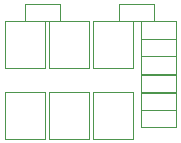
<source format=gbr>
%TF.GenerationSoftware,KiCad,Pcbnew,7.0.2-6a45011f42~172~ubuntu22.04.1*%
%TF.CreationDate,2023-05-29T23:07:21+12:00*%
%TF.ProjectId,THE_BRAWN-20A_POWER,5448455f-4252-4415-974e-2d3230415f50,v2.0*%
%TF.SameCoordinates,Original*%
%TF.FileFunction,Other,User*%
%FSLAX46Y46*%
G04 Gerber Fmt 4.6, Leading zero omitted, Abs format (unit mm)*
G04 Created by KiCad (PCBNEW 7.0.2-6a45011f42~172~ubuntu22.04.1) date 2023-05-29 23:07:21*
%MOMM*%
%LPD*%
G01*
G04 APERTURE LIST*
%ADD10C,0.050000*%
G04 APERTURE END LIST*
D10*
%TO.C,R7*%
X152830000Y-155730000D02*
X152830000Y-154270000D01*
X152830000Y-154270000D02*
X149870000Y-154270000D01*
X149870000Y-155730000D02*
X152830000Y-155730000D01*
X149870000Y-154270000D02*
X149870000Y-155730000D01*
%TO.C,R12*%
X149870000Y-161770000D02*
X149870000Y-163230000D01*
X149870000Y-163230000D02*
X152830000Y-163230000D01*
X152830000Y-161770000D02*
X149870000Y-161770000D01*
X152830000Y-163230000D02*
X152830000Y-161770000D01*
%TO.C,R5*%
X152830000Y-160280000D02*
X152830000Y-158820000D01*
X152830000Y-158820000D02*
X149870000Y-158820000D01*
X149870000Y-160280000D02*
X152830000Y-160280000D01*
X149870000Y-158820000D02*
X149870000Y-160280000D01*
%TO.C,R9*%
X152830000Y-157205000D02*
X152830000Y-155745000D01*
X152830000Y-155745000D02*
X149870000Y-155745000D01*
X149870000Y-157205000D02*
X152830000Y-157205000D01*
X149870000Y-155745000D02*
X149870000Y-157205000D01*
%TO.C,R6*%
X149870000Y-160295000D02*
X149870000Y-161755000D01*
X149870000Y-161755000D02*
X152830000Y-161755000D01*
X152830000Y-160295000D02*
X149870000Y-160295000D01*
X152830000Y-161755000D02*
X152830000Y-160295000D01*
%TO.C,Q10*%
X142050000Y-158250000D02*
X145450000Y-158250000D01*
X145450000Y-158250000D02*
X145450000Y-154250000D01*
X142050000Y-154250000D02*
X142050000Y-158250000D01*
X145450000Y-154250000D02*
X142050000Y-154250000D01*
%TO.C,Q8*%
X138300000Y-158250000D02*
X141700000Y-158250000D01*
X141700000Y-158250000D02*
X141700000Y-154250000D01*
X138300000Y-154250000D02*
X138300000Y-158250000D01*
X141700000Y-154250000D02*
X138300000Y-154250000D01*
%TO.C,R11*%
X152830000Y-158680000D02*
X152830000Y-157220000D01*
X152830000Y-157220000D02*
X149870000Y-157220000D01*
X149870000Y-158680000D02*
X152830000Y-158680000D01*
X149870000Y-157220000D02*
X149870000Y-158680000D01*
%TO.C,C11*%
X148020000Y-152770000D02*
X148020000Y-154230000D01*
X148020000Y-154230000D02*
X150980000Y-154230000D01*
X150980000Y-152770000D02*
X148020000Y-152770000D01*
X150980000Y-154230000D02*
X150980000Y-152770000D01*
%TO.C,Q9*%
X138300000Y-164250000D02*
X141700000Y-164250000D01*
X141700000Y-164250000D02*
X141700000Y-160250000D01*
X138300000Y-160250000D02*
X138300000Y-164250000D01*
X141700000Y-160250000D02*
X138300000Y-160250000D01*
%TO.C,Q1*%
X145800000Y-158250000D02*
X149200000Y-158250000D01*
X149200000Y-158250000D02*
X149200000Y-154250000D01*
X145800000Y-154250000D02*
X145800000Y-158250000D01*
X149200000Y-154250000D02*
X145800000Y-154250000D01*
%TO.C,Q11*%
X142050000Y-164250000D02*
X145450000Y-164250000D01*
X145450000Y-164250000D02*
X145450000Y-160250000D01*
X142050000Y-160250000D02*
X142050000Y-164250000D01*
X145450000Y-160250000D02*
X142050000Y-160250000D01*
%TO.C,C13*%
X140020000Y-152770000D02*
X140020000Y-154230000D01*
X140020000Y-154230000D02*
X142980000Y-154230000D01*
X142980000Y-152770000D02*
X140020000Y-152770000D01*
X142980000Y-154230000D02*
X142980000Y-152770000D01*
%TO.C,Q4*%
X145800000Y-164250000D02*
X149200000Y-164250000D01*
X149200000Y-164250000D02*
X149200000Y-160250000D01*
X145800000Y-160250000D02*
X145800000Y-164250000D01*
X149200000Y-160250000D02*
X145800000Y-160250000D01*
%TD*%
M02*

</source>
